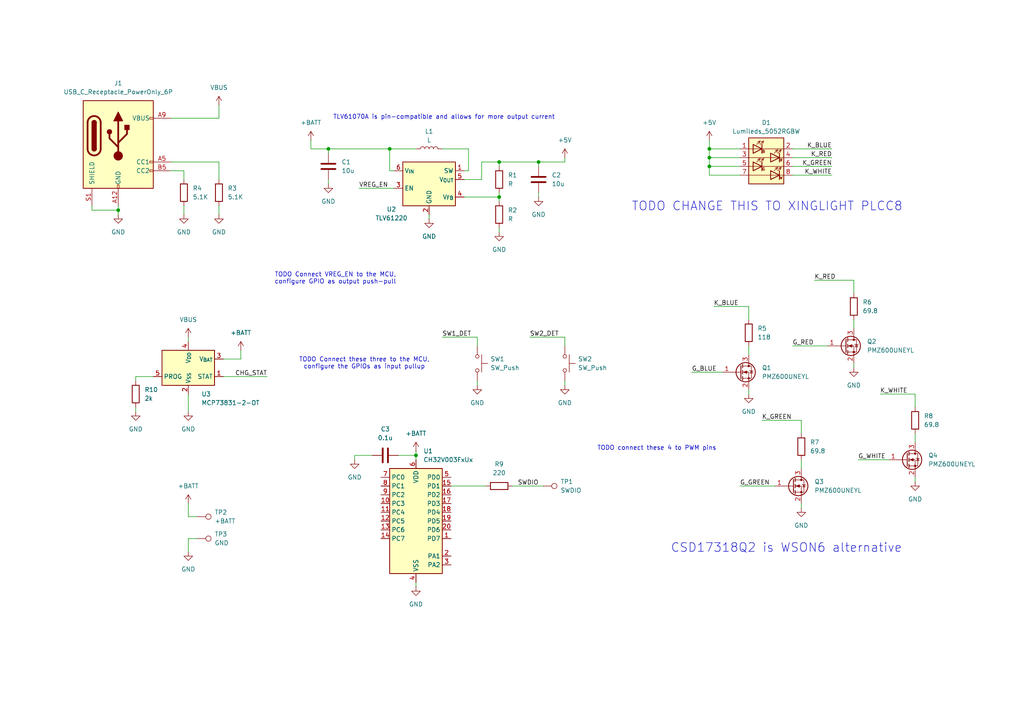
<source format=kicad_sch>
(kicad_sch (version 20250114) (generator "eeschema") (generator_version "9.0")
  (paper "A4")
  (lib_symbols
    (symbol "Battery_Management:MCP73831-2-OT"
      (property "Reference" "U" (at -7.62 6.35 0))
      (property "Value" "MCP73831-2-OT" (at 1.27 6.35 0))
      (symbol "MCP73831-2-OT_0_1"
        (rectangle (start -7.62 5.08) (end 7.62 -5.08) (stroke (width 0.254)) (fill (type background)))
      )
      (symbol "MCP73831-2-OT_1_1"
        (pin input line (at -10.16 -2.54 0) (length 2.54) (name "PROG") (number "5"))
        (pin power_in line (at 0 7.62 270) (length 2.54) (name "V_{DD}") (number "4"))
        (pin power_in line (at 0 -7.62 90) (length 2.54) (name "V_{SS}") (number "2"))
        (pin power_out line (at 10.16 2.54 180) (length 2.54) (name "V_{BAT}") (number "3"))
        (pin tri_state line (at 10.16 -2.54 180) (length 2.54) (name "STAT") (number "1"))
      )
    )
    (symbol "Connector:TestPoint" (pin_numbers (hide yes)) (pin_names (offset 0.762) (hide yes))
      (property "Reference" "TP" (at 0 6.858 0))
      (property "Value" "TestPoint" (at 0 5.08 0))
      (symbol "TestPoint_0_1"
        (circle (center 0 3.302) (radius 0.762))
      )
      (symbol "TestPoint_1_1"
        (pin passive line (at 0 0 90) (length 2.54) (name "1") (number "1"))
      )
    )
    (symbol "Connector:USB_C_Receptacle_PowerOnly_6P" (pin_names (offset 1.016))
      (property "Reference" "J" (at 0 16.51 0))
      (property "Value" "USB_C_Receptacle_PowerOnly_6P" (at 0 13.97 0))
      (symbol "USB_C_Receptacle_PowerOnly_6P_0_0"
        (rectangle (start -0.254 -12.7) (end 0.254 -11.684))
        (rectangle (start 10.16 7.874) (end 9.144 7.366))
        (rectangle (start 10.16 -4.826) (end 9.144 -5.334))
        (rectangle (start 10.16 -7.366) (end 9.144 -7.874))
      )
      (symbol "USB_C_Receptacle_PowerOnly_6P_0_1"
        (rectangle (start -10.16 12.7) (end 10.16 -12.7) (stroke (width 0.254)) (fill (type background)))
        (polyline (pts (xy -8.89 -1.27) (xy -8.89 6.35)) (stroke (width 0.508)))
        (rectangle (start -7.62 -1.27) (end -6.35 6.35) (stroke (width 0.254)) (fill (type outline)))
        (arc (start -7.62 6.35) (mid -6.985 6.9823) (end -6.35 6.35) (stroke (width 0.254)))
        (arc (start -7.62 6.35) (mid -6.985 6.9823) (end -6.35 6.35) (stroke (width 0.254)) (fill (type outline)))
        (arc (start -8.89 6.35) (mid -6.985 8.2467) (end -5.08 6.35) (stroke (width 0.508)))
        (arc (start -5.08 -1.27) (mid -6.985 -3.1667) (end -8.89 -1.27) (stroke (width 0.508)))
        (arc (start -6.35 -1.27) (mid -6.985 -1.9023) (end -7.62 -1.27) (stroke (width 0.254)))
        (arc (start -6.35 -1.27) (mid -6.985 -1.9023) (end -7.62 -1.27) (stroke (width 0.254)) (fill (type outline)))
        (polyline (pts (xy -5.08 6.35) (xy -5.08 -1.27)) (stroke (width 0.508)))
        (circle (center -2.54 3.683) (radius 0.635) (stroke (width 0.254)) (fill (type outline)))
        (polyline (pts (xy -1.27 6.858) (xy 0 9.398) (xy 1.27 6.858) (xy -1.27 6.858)) (stroke (width 0.254)) (fill (type outline)))
        (polyline (pts (xy 0 0.508) (xy 2.54 3.048) (xy 2.54 4.318)) (stroke (width 0.508)))
        (polyline (pts (xy 0 -0.762) (xy -2.54 1.778) (xy -2.54 3.048)) (stroke (width 0.508)))
        (polyline (pts (xy 0 -3.302) (xy 0 6.858)) (stroke (width 0.508)))
        (circle (center 0 -3.302) (radius 1.27) (fill (type outline)))
        (rectangle (start 1.905 4.318) (end 3.175 5.588) (stroke (width 0.254)) (fill (type outline)))
      )
      (symbol "USB_C_Receptacle_PowerOnly_6P_1_1"
        (pin passive line (at -7.62 -17.78 90) (length 5.08) (name "SHIELD") (number "S1"))
        (pin passive line (at 0 -17.78 90) (length 5.08) (name "GND") (number "A12"))
        (pin passive line (at 0 -17.78 90) (length 5.08) (hide yes) (name "GND") (number "B12"))
        (pin passive line (at 15.24 7.62 180) (length 5.08) (name "VBUS") (number "A9"))
        (pin passive line (at 15.24 7.62 180) (length 5.08) (hide yes) (name "VBUS") (number "B9"))
        (pin bidirectional line (at 15.24 -5.08 180) (length 5.08) (name "CC1") (number "A5"))
        (pin bidirectional line (at 15.24 -7.62 180) (length 5.08) (name "CC2") (number "B5"))
      )
    )
    (symbol "Device:C" (pin_numbers (hide yes)) (pin_names (offset 0.254))
      (property "Reference" "C" (at 0.635 2.54 0))
      (property "Value" "C" (at 0.635 -2.54 0))
      (symbol "C_0_1"
        (polyline (pts (xy -2.032 0.762) (xy 2.032 0.762)) (stroke (width 0.508)))
        (polyline (pts (xy -2.032 -0.762) (xy 2.032 -0.762)) (stroke (width 0.508)))
      )
      (symbol "C_1_1"
        (pin passive line (at 0 3.81 270) (length 2.794) (name "~") (number "1"))
        (pin passive line (at 0 -3.81 90) (length 2.794) (name "~") (number "2"))
      )
    )
    (symbol "Device:L" (pin_numbers (hide yes)) (pin_names (offset 1.016) (hide yes))
      (property "Reference" "L" (at -1.27 0 90))
      (property "Value" "L" (at 1.905 0 90))
      (symbol "L_0_1"
        (arc (start 0 2.54) (mid 0.6323 1.905) (end 0 1.27))
        (arc (start 0 1.27) (mid 0.6323 0.635) (end 0 0))
        (arc (start 0 0) (mid 0.6323 -0.635) (end 0 -1.27))
        (arc (start 0 -1.27) (mid 0.6323 -1.905) (end 0 -2.54))
      )
      (symbol "L_1_1"
        (pin passive line (at 0 3.81 270) (length 1.27) (name "1") (number "1"))
        (pin passive line (at 0 -3.81 90) (length 1.27) (name "2") (number "2"))
      )
    )
    (symbol "Device:R" (pin_numbers (hide yes)) (pin_names (offset 0))
      (property "Reference" "R" (at 2.032 0 90))
      (property "Value" "R" (at 0 0 90))
      (symbol "R_0_1"
        (rectangle (start -1.016 -2.54) (end 1.016 2.54) (stroke (width 0.254)))
      )
      (symbol "R_1_1"
        (pin passive line (at 0 3.81 270) (length 1.27) (name "~") (number "1"))
        (pin passive line (at 0 -3.81 90) (length 1.27) (name "~") (number "2"))
      )
    )
    (symbol "MCU_WCH_CH32V0:CH32V003FxUx"
      (property "Reference" "U" (at -7.62 17.78 0))
      (property "Value" "CH32V003FxUx" (at 7.62 17.78 0))
      (symbol "CH32V003FxUx_1_1"
        (rectangle (start -7.62 15.24) (end 7.62 -15.24) (stroke (width 0.254)) (fill (type background)))
        (pin bidirectional line (at -10.16 12.7 0) (length 2.54) (name "PC0") (number "7"))
        (pin bidirectional line (at -10.16 10.16 0) (length 2.54) (name "PC1") (number "8"))
        (pin bidirectional line (at -10.16 7.62 0) (length 2.54) (name "PC2") (number "9"))
        (pin bidirectional line (at -10.16 5.08 0) (length 2.54) (name "PC3") (number "10"))
        (pin bidirectional line (at -10.16 2.54 0) (length 2.54) (name "PC4") (number "11"))
        (pin bidirectional line (at -10.16 0 0) (length 2.54) (name "PC5") (number "12"))
        (pin bidirectional line (at -10.16 -2.54 0) (length 2.54) (name "PC6") (number "13"))
        (pin bidirectional line (at -10.16 -5.08 0) (length 2.54) (name "PC7") (number "14"))
        (pin power_in line (at 0 17.78 270) (length 2.54) (name "VDD") (number "6"))
        (pin passive line (at 0 -17.78 90) (length 2.54) (hide yes) (name "VSS") (number "21"))
        (pin power_in line (at 0 -17.78 90) (length 2.54) (name "VSS") (number "4"))
        (pin bidirectional line (at 10.16 12.7 180) (length 2.54) (name "PD0") (number "5"))
        (pin bidirectional line (at 10.16 10.16 180) (length 2.54) (name "PD1") (number "15"))
        (pin bidirectional line (at 10.16 7.62 180) (length 2.54) (name "PD2") (number "16"))
        (pin bidirectional line (at 10.16 5.08 180) (length 2.54) (name "PD3") (number "17"))
        (pin bidirectional line (at 10.16 2.54 180) (length 2.54) (name "PD4") (number "18"))
        (pin bidirectional line (at 10.16 0 180) (length 2.54) (name "PD5") (number "19"))
        (pin bidirectional line (at 10.16 -2.54 180) (length 2.54) (name "PD6") (number "20"))
        (pin bidirectional line (at 10.16 -5.08 180) (length 2.54) (name "PD7") (number "1"))
        (pin bidirectional line (at 10.16 -10.16 180) (length 2.54) (name "PA1") (number "2"))
        (pin bidirectional line (at 10.16 -12.7 180) (length 2.54) (name "PA2") (number "3"))
      )
    )
    (symbol "Regulator_Switching:TLV61070ADBV"
      (property "Reference" "U" (at -7.62 8.89 0))
      (property "Value" "TLV61070ADBV" (at 0 8.89 0))
      (symbol "TLV61070ADBV_0_1"
        (rectangle (start -7.62 7.62) (end 7.62 -5.08) (stroke (width 0.254)) (fill (type background)))
      )
      (symbol "TLV61070ADBV_1_1"
        (pin power_in line (at -10.16 5.08 0) (length 2.54) (name "V_{IN}") (number "6"))
        (pin input line (at -10.16 0 0) (length 2.54) (name "EN") (number "3"))
        (pin power_in line (at 0 -7.62 90) (length 2.54) (name "GND") (number "2"))
        (pin input line (at 10.16 5.08 180) (length 2.54) (name "SW") (number "1"))
        (pin power_out line (at 10.16 2.54 180) (length 2.54) (name "V_{OUT}") (number "5"))
        (pin input line (at 10.16 -2.54 180) (length 2.54) (name "V_{FB}") (number "4"))
      )
    )
    (symbol "Switch:SW_Push" (pin_numbers (hide yes)) (pin_names (offset 1.016) (hide yes))
      (property "Reference" "SW" (at 1.27 2.54 0))
      (property "Value" "SW_Push" (at 0 -1.524 0))
      (symbol "SW_Push_0_1"
        (circle (center -2.032 0) (radius 0.508))
        (polyline (pts (xy 0 1.27) (xy 0 3.048)))
        (circle (center 2.032 0) (radius 0.508))
        (polyline (pts (xy 2.54 1.27) (xy -2.54 1.27)))
        (pin passive line (at -5.08 0 0) (length 2.54) (name "1") (number "1"))
        (pin passive line (at 5.08 0 180) (length 2.54) (name "2") (number "2"))
      )
    )
    (symbol "Transistor_FET:CSD13380F3" (pin_names (hide yes))
      (property "Reference" "Q" (at 5.08 1.905 0))
      (property "Value" "CSD13380F3" (at 5.08 0 0))
      (symbol "CSD13380F3_1_1"
        (polyline (pts (xy 0.254 0) (xy -2.54 0)))
        (polyline (pts (xy 0.254 -1.905) (xy 0.254 1.905)) (stroke (width 0.254)))
        (polyline (pts (xy 0.762 1.778) (xy 3.302 1.778) (xy 3.302 -1.778) (xy 0.762 -1.778)))
        (polyline (pts (xy 0.762 1.27) (xy 0.762 2.286)) (stroke (width 0.254)))
        (polyline (pts (xy 0.762 -0.508) (xy 0.762 0.508)) (stroke (width 0.254)))
        (polyline (pts (xy 0.762 -2.286) (xy 0.762 -1.27)) (stroke (width 0.254)))
        (polyline (pts (xy 1.016 0) (xy 2.032 -0.381) (xy 2.032 0.381) (xy 1.016 0)) (fill (type outline)))
        (circle (center 1.651 0) (radius 2.794) (stroke (width 0.254)))
        (polyline (pts (xy 2.54 1.905) (xy 2.54 2.54)))
        (circle (center 2.54 1.778) (radius 0.254) (fill (type outline)))
        (circle (center 2.54 -1.778) (radius 0.254) (fill (type outline)))
        (polyline (pts (xy 2.54 -2.54) (xy 2.54 0) (xy 0.762 0)))
        (polyline (pts (xy 2.794 0.508) (xy 2.921 0.381) (xy 3.683 0.381) (xy 3.81 0.254)))
        (polyline (pts (xy 3.302 0.381) (xy 2.921 -0.254) (xy 3.683 -0.254) (xy 3.302 0.381)))
        (pin input line (at -5.08 0 0) (length 2.54) (name "G") (number "1"))
        (pin passive line (at 2.54 5.08 270) (length 2.54) (name "D") (number "3"))
        (pin passive line (at 2.54 -5.08 90) (length 2.54) (name "S") (number "2"))
      )
    )
    (symbol "openoshi-lightboard:Lumileds_5052RGBW" (pin_names (hide yes))
      (property "Reference" "D" (at -5.08 6.35 0))
      (property "Value" "Lumileds_5052RGBW" (at -5.08 -9.652 0))
      (symbol "Lumileds_5052RGBW_0_0"
        (text "B" (at -0.762 1.778 0) (effects (font (size 0.762 0.762))))
      )
      (symbol "Lumileds_5052RGBW_0_1"
        (rectangle (start -5.08 5.715) (end 5.08 -7.62) (stroke (width 0.254)) (fill (type background)))
        (polyline (pts (xy -5.08 2.54) (xy 5.08 2.54)))
        (polyline (pts (xy -5.08 0) (xy 5.08 0)))
        (polyline (pts (xy -5.08 -2.54) (xy 5.08 -2.54)))
        (polyline (pts (xy -5.08 -5.08) (xy 5.08 -5.08)))
        (polyline (pts (xy -3.81 3.81) (xy -3.81 1.27) (xy -1.27 2.54) (xy -3.81 3.81)) (stroke (width 0.254)))
        (polyline (pts (xy -3.81 -1.27) (xy -3.81 -3.81) (xy -1.27 -2.54) (xy -3.81 -1.27)) (stroke (width 0.254)))
        (polyline (pts (xy -2.794 3.81) (xy -1.778 4.826)))
        (polyline (pts (xy -2.794 -1.27) (xy -1.778 -0.254)))
        (polyline (pts (xy -2.54 4.572) (xy -1.778 4.826) (xy -2.032 4.064)))
        (polyline (pts (xy -2.032 -1.016) (xy -1.778 -0.254) (xy -2.54 -0.508)))
        (polyline (pts (xy -1.778 3.81) (xy -0.762 4.826)))
        (polyline (pts (xy -1.778 -1.27) (xy -0.762 -0.254)))
        (polyline (pts (xy -1.524 4.572) (xy -0.762 4.826) (xy -1.016 4.064)))
        (polyline (pts (xy -1.524 -0.508) (xy -0.762 -0.254) (xy -1.016 -1.016)))
        (polyline (pts (xy -1.27 3.81) (xy -1.27 1.27)) (stroke (width 0.254)))
        (polyline (pts (xy -1.27 -1.27) (xy -1.27 -3.81)) (stroke (width 0.254)))
        (polyline (pts (xy 1.27 1.27) (xy 1.27 -1.27) (xy 3.81 0) (xy 1.27 1.27)) (stroke (width 0.254)))
        (polyline (pts (xy 1.27 -3.81) (xy 1.27 -6.35) (xy 3.81 -5.08) (xy 1.27 -3.81)) (stroke (width 0.254)))
        (polyline (pts (xy 2.286 1.27) (xy 3.302 2.286)))
        (polyline (pts (xy 2.286 -3.81) (xy 3.302 -2.794)))
        (polyline (pts (xy 3.048 1.524) (xy 3.302 2.286) (xy 2.54 2.032)))
        (polyline (pts (xy 3.048 -3.556) (xy 3.302 -2.794) (xy 2.54 -3.048)))
        (polyline (pts (xy 3.302 1.27) (xy 4.318 2.286)))
        (polyline (pts (xy 3.302 -3.81) (xy 4.318 -2.794)))
        (polyline (pts (xy 3.556 2.032) (xy 4.318 2.286) (xy 4.064 1.524)))
        (polyline (pts (xy 3.556 -3.048) (xy 4.318 -2.794) (xy 4.064 -3.556)))
        (polyline (pts (xy 3.81 1.27) (xy 3.81 -1.27)) (stroke (width 0.254)))
        (polyline (pts (xy 3.81 -3.81) (xy 3.81 -6.35)) (stroke (width 0.254)))
      )
      (symbol "Lumileds_5052RGBW_1_0"
        (text "G" (at -0.762 -3.302 0) (effects (font (size 0.762 0.762))))
        (text "R" (at 4.318 -0.762 0) (effects (font (size 0.762 0.762))))
      )
      (symbol "Lumileds_5052RGBW_1_1"
        (text "W" (at 4.318 -5.842 0) (effects (font (size 0.762 0.762))))
        (pin passive line (at -7.62 2.54 0) (length 2.54) (name "AB") (number "1"))
        (pin passive line (at -7.62 0 0) (length 2.54) (name "AR") (number "3"))
        (pin passive line (at -7.62 0 0) (length 2.54) (hide yes) (name "AR") (number "9"))
        (pin passive line (at -7.62 -2.54 0) (length 2.54) (name "AG") (number "5"))
        (pin passive line (at -7.62 -5.08 0) (length 2.54) (name "AW") (number "7"))
        (pin passive line (at 7.62 2.54 180) (length 2.54) (name "KB") (number "2"))
        (pin passive line (at 7.62 0 180) (length 2.54) (name "KR") (number "4"))
        (pin passive line (at 7.62 -2.54 180) (length 2.54) (name "KG") (number "6"))
        (pin passive line (at 7.62 -5.08 180) (length 2.54) (name "KW") (number "8"))
      )
    )
    (symbol "power:+5V" (power) (pin_numbers (hide yes)) (pin_names (offset 0) (hide yes))
      (property "Value" "+5V" (at 0 3.556 0))
      (symbol "+5V_0_1"
        (polyline (pts (xy -0.762 1.27) (xy 0 2.54)))
        (polyline (pts (xy 0 2.54) (xy 0.762 1.27)))
        (polyline (pts (xy 0 0) (xy 0 2.54)))
      )
      (symbol "+5V_1_1"
        (pin power_in line (at 0 0 90) (length 0) (name "~") (number "1"))
      )
    )
    (symbol "power:+BATT" (power) (pin_numbers (hide yes)) (pin_names (offset 0) (hide yes))
      (property "Value" "+BATT" (at 0 3.556 0))
      (symbol "+BATT_0_1"
        (polyline (pts (xy -0.762 1.27) (xy 0 2.54)))
        (polyline (pts (xy 0 2.54) (xy 0.762 1.27)))
        (polyline (pts (xy 0 0) (xy 0 2.54)))
      )
      (symbol "+BATT_1_1"
        (pin power_in line (at 0 0 90) (length 0) (name "~") (number "1"))
      )
    )
    (symbol "power:GND" (power) (pin_numbers (hide yes)) (pin_names (offset 0) (hide yes))
      (property "Value" "GND" (at 0 -3.81 0))
      (symbol "GND_0_1"
        (polyline (pts (xy 0 0) (xy 0 -1.27) (xy 1.27 -1.27) (xy 0 -2.54) (xy -1.27 -1.27) (xy 0 -1.27)))
      )
      (symbol "GND_1_1"
        (pin power_in line (at 0 0 270) (length 0) (name "~") (number "1"))
      )
    )
    (symbol "power:VBUS" (power) (pin_numbers (hide yes)) (pin_names (offset 0) (hide yes))
      (property "Value" "VBUS" (at 0 3.556 0))
      (symbol "VBUS_0_1"
        (polyline (pts (xy -0.762 1.27) (xy 0 2.54)))
        (polyline (pts (xy 0 2.54) (xy 0.762 1.27)))
        (polyline (pts (xy 0 0) (xy 0 2.54)))
      )
      (symbol "VBUS_1_1"
        (pin power_in line (at 0 0 90) (length 0) (name "~") (number "1"))
      )
    )
  )
  (text "TODO CHANGE THIS TO XINGLIGHT PLCC8" (at 222.504 59.944 0) (effects (font (size 2.54 2.54))))
  (text "CSD17318Q2 is WSON6 alternative" (at 228.092 159.004 0) (effects (font (size 2.54 2.54))))
  (text "TODO connect these 4 to PWM pins" (at 190.5 130.048 0) (effects (font (size 1.27 1.27))))
  (text "TODO Connect VREG_EN to the MCU,\nconfigure GPIO as output push-pull" (at 97.282 80.772 0) (effects (font (size 1.27 1.27))))
  (text "TLV61070A is pin-compatible and allows for more output current" (at 128.778 34.036 0) (effects (font (size 1.27 1.27))))
  (text "TODO Connect these three to the MCU,\nconfigure the GPIOs as input pullup" (at 105.664 105.41 0) (effects (font (size 1.27 1.27))))
  (junction (at 205.74 45.72))
  (junction (at 205.74 43.18))
  (junction (at 113.03 43.18))
  (junction (at 205.74 48.26))
  (junction (at 144.78 46.99))
  (junction (at 144.78 57.15))
  (junction (at 120.65 132.08))
  (junction (at 156.21 46.99))
  (junction (at 95.25 43.18))
  (junction (at 34.29 60.96))
  (wire (pts (xy 69.85 104.14) (xy 64.77 104.14)))
  (wire (pts (xy 247.65 105.41) (xy 247.65 106.68)))
  (wire (pts (xy 139.7 52.07) (xy 139.7 46.99)))
  (wire (pts (xy 247.65 81.28) (xy 247.65 85.09)))
  (wire (pts (xy 148.59 140.97) (xy 157.48 140.97)))
  (wire (pts (xy 134.62 57.15) (xy 144.78 57.15)))
  (wire (pts (xy 26.67 60.96) (xy 34.29 60.96)))
  (wire (pts (xy 163.83 110.49) (xy 163.83 111.76)))
  (wire (pts (xy 205.74 43.18) (xy 205.74 45.72)))
  (wire (pts (xy 205.74 50.8) (xy 214.63 50.8)))
  (wire (pts (xy 34.29 60.96) (xy 34.29 62.23)))
  (wire (pts (xy 104.14 54.61) (xy 114.3 54.61)))
  (wire (pts (xy 63.5 34.29) (xy 49.53 34.29)))
  (wire (pts (xy 156.21 46.99) (xy 156.21 48.26)))
  (wire (pts (xy 107.95 132.08) (xy 102.87 132.08)))
  (wire (pts (xy 139.7 46.99) (xy 144.78 46.99)))
  (wire (pts (xy 57.15 149.86) (xy 54.61 149.86)))
  (wire (pts (xy 124.46 62.23) (xy 124.46 63.5)))
  (wire (pts (xy 120.65 43.18) (xy 113.03 43.18)))
  (wire (pts (xy 63.5 46.99) (xy 63.5 52.07)))
  (wire (pts (xy 205.74 43.18) (xy 214.63 43.18)))
  (wire (pts (xy 229.87 100.33) (xy 240.03 100.33)))
  (wire (pts (xy 54.61 156.21) (xy 54.61 160.02)))
  (wire (pts (xy 217.17 100.33) (xy 217.17 102.87)))
  (wire (pts (xy 163.83 45.72) (xy 163.83 46.99)))
  (wire (pts (xy 63.5 59.69) (xy 63.5 62.23)))
  (wire (pts (xy 229.87 50.8) (xy 241.3 50.8)))
  (wire (pts (xy 229.87 43.18) (xy 241.3 43.18)))
  (wire (pts (xy 265.43 114.3) (xy 265.43 118.11)))
  (wire (pts (xy 102.87 132.08) (xy 102.87 133.35)))
  (wire (pts (xy 156.21 46.99) (xy 163.83 46.99)))
  (wire (pts (xy 144.78 57.15) (xy 144.78 55.88)))
  (wire (pts (xy 207.01 88.9) (xy 217.17 88.9)))
  (wire (pts (xy 232.41 133.35) (xy 232.41 135.89)))
  (wire (pts (xy 205.74 48.26) (xy 205.74 50.8)))
  (wire (pts (xy 63.5 30.48) (xy 63.5 34.29)))
  (wire (pts (xy 205.74 45.72) (xy 214.63 45.72)))
  (wire (pts (xy 229.87 45.72) (xy 241.3 45.72)))
  (wire (pts (xy 214.63 140.97) (xy 224.79 140.97)))
  (wire (pts (xy 49.53 46.99) (xy 63.5 46.99)))
  (wire (pts (xy 34.29 59.69) (xy 34.29 60.96)))
  (wire (pts (xy 205.74 45.72) (xy 205.74 48.26)))
  (wire (pts (xy 49.53 49.53) (xy 53.34 49.53)))
  (wire (pts (xy 54.61 114.3) (xy 54.61 119.38)))
  (wire (pts (xy 130.81 140.97) (xy 140.97 140.97)))
  (wire (pts (xy 153.67 97.79) (xy 163.83 97.79)))
  (wire (pts (xy 44.45 109.22) (xy 39.37 109.22)))
  (wire (pts (xy 232.41 121.92) (xy 232.41 125.73)))
  (wire (pts (xy 120.65 132.08) (xy 120.65 133.35)))
  (wire (pts (xy 248.92 133.35) (xy 257.81 133.35)))
  (wire (pts (xy 156.21 55.88) (xy 156.21 57.15)))
  (wire (pts (xy 144.78 46.99) (xy 156.21 46.99)))
  (wire (pts (xy 135.89 49.53) (xy 134.62 49.53)))
  (wire (pts (xy 255.27 114.3) (xy 265.43 114.3)))
  (wire (pts (xy 236.22 81.28) (xy 247.65 81.28)))
  (wire (pts (xy 90.17 40.64) (xy 90.17 43.18)))
  (wire (pts (xy 138.43 110.49) (xy 138.43 111.76)))
  (wire (pts (xy 114.3 49.53) (xy 113.03 49.53)))
  (wire (pts (xy 265.43 125.73) (xy 265.43 128.27)))
  (wire (pts (xy 120.65 130.81) (xy 120.65 132.08)))
  (wire (pts (xy 135.89 43.18) (xy 135.89 49.53)))
  (wire (pts (xy 113.03 43.18) (xy 95.25 43.18)))
  (wire (pts (xy 90.17 43.18) (xy 95.25 43.18)))
  (wire (pts (xy 113.03 43.18) (xy 113.03 49.53)))
  (wire (pts (xy 265.43 138.43) (xy 265.43 139.7)))
  (wire (pts (xy 115.57 132.08) (xy 120.65 132.08)))
  (wire (pts (xy 128.27 43.18) (xy 135.89 43.18)))
  (wire (pts (xy 205.74 40.64) (xy 205.74 43.18)))
  (wire (pts (xy 120.65 168.91) (xy 120.65 170.18)))
  (wire (pts (xy 64.77 109.22) (xy 77.47 109.22)))
  (wire (pts (xy 232.41 146.05) (xy 232.41 147.32)))
  (wire (pts (xy 54.61 97.79) (xy 54.61 99.06)))
  (wire (pts (xy 247.65 92.71) (xy 247.65 95.25)))
  (wire (pts (xy 229.87 48.26) (xy 241.3 48.26)))
  (wire (pts (xy 54.61 149.86) (xy 54.61 146.05)))
  (wire (pts (xy 53.34 59.69) (xy 53.34 62.23)))
  (wire (pts (xy 26.67 59.69) (xy 26.67 60.96)))
  (wire (pts (xy 53.34 49.53) (xy 53.34 52.07)))
  (wire (pts (xy 95.25 43.18) (xy 95.25 44.45)))
  (wire (pts (xy 128.27 97.79) (xy 138.43 97.79)))
  (wire (pts (xy 205.74 48.26) (xy 214.63 48.26)))
  (wire (pts (xy 217.17 113.03) (xy 217.17 114.3)))
  (wire (pts (xy 217.17 88.9) (xy 217.17 92.71)))
  (wire (pts (xy 134.62 52.07) (xy 139.7 52.07)))
  (wire (pts (xy 39.37 109.22) (xy 39.37 110.49)))
  (wire (pts (xy 39.37 118.11) (xy 39.37 119.38)))
  (wire (pts (xy 57.15 156.21) (xy 54.61 156.21)))
  (wire (pts (xy 163.83 100.33) (xy 163.83 97.79)))
  (wire (pts (xy 144.78 57.15) (xy 144.78 58.42)))
  (wire (pts (xy 69.85 101.6) (xy 69.85 104.14)))
  (wire (pts (xy 220.98 121.92) (xy 232.41 121.92)))
  (wire (pts (xy 144.78 66.04) (xy 144.78 67.31)))
  (wire (pts (xy 144.78 48.26) (xy 144.78 46.99)))
  (wire (pts (xy 95.25 53.34) (xy 95.25 52.07)))
  (wire (pts (xy 138.43 100.33) (xy 138.43 97.79)))
  (wire (pts (xy 200.66 107.95) (xy 209.55 107.95)))
  (label "K_GREEN" (at 220.98 121.92 0))
  (label "K_GREEN" (at 241.3 48.26 180))
  (label "K_RED" (at 236.22 81.28 0))
  (label "K_BLUE" (at 207.01 88.9 0))
  (label "K_WHITE" (at 241.3 50.8 180))
  (label "G_GREEN" (at 214.63 140.97 0))
  (label "CHG_STAT" (at 77.47 109.22 180))
  (label "K_WHITE" (at 255.27 114.3 0))
  (label "SWDIO" (at 156.21 140.97 180))
  (label "SW2_DET" (at 153.67 97.79 0))
  (label "G_BLUE" (at 200.66 107.95 0))
  (label "G_RED" (at 229.87 100.33 0))
  (label "VREG_EN" (at 104.14 54.61 0))
  (label "K_BLUE" (at 241.3 43.18 180))
  (label "K_RED" (at 241.3 45.72 180))
  (label "SW1_DET" (at 128.27 97.79 0))
  (label "G_WHITE" (at 248.92 133.35 0))
  (symbol (lib_id "Device:C") (at 111.76 132.08 90) (unit 1)
    (property "Reference" "C3" (at 111.76 124.46 90))
    (property "Value" "0.1u" (at 111.76 127 90))
    (property "Footprint" "Capacitor_SMD:C_0603_1608Metric" (effects (hide yes)))
    (property "Description" "Unpolarized capacitor" (effects (hide yes)))
  )
  (symbol (lib_id "power:GND") (at 247.65 106.68 0) (unit 1)
    (property "Reference" "#PWR019" (effects (hide yes)))
    (property "Value" "GND" (at 247.65 111.76 0))
    (property "Description" "Power symbol creates a global label with name \"GND\" , ground" (effects (hide yes)))
  )
  (symbol (lib_id "Device:R") (at 265.43 121.92 0) (unit 1)
    (property "Reference" "R8" (at 267.97 120.6499 0) (effects (justify left)))
    (property "Value" "69.8" (at 267.97 123.1899 0) (effects (justify left)))
    (property "Footprint" "Resistor_SMD:R_0603_1608Metric" (effects (hide yes)))
    (property "Description" "Resistor" (effects (hide yes)))
  )
  (symbol (lib_id "Connector:TestPoint") (at 57.15 156.21 270) (unit 1)
    (property "Reference" "TP3" (at 62.23 154.9399 90) (effects (justify left)))
    (property "Value" "GND" (at 62.23 157.4799 90) (effects (justify left)))
    (property "Footprint" "TestPoint:TestPoint_Keystone_5019_Miniature" (effects (hide yes)))
    (property "Description" "test point" (effects (hide yes)))
  )
  (symbol (lib_id "Device:R") (at 39.37 114.3 0) (unit 1)
    (property "Reference" "R10" (at 41.91 113.0299 0) (effects (justify left)))
    (property "Value" "2k" (at 41.91 115.5699 0) (effects (justify left)))
    (property "Footprint" "Resistor_SMD:R_0603_1608Metric" (effects (hide yes)))
    (property "Description" "Resistor" (effects (hide yes)))
  )
  (symbol (lib_id "Transistor_FET:CSD13380F3") (at 214.63 107.95 0) (unit 1)
    (property "Reference" "Q1" (at 220.98 106.6799 0) (effects (justify left)))
    (property "Value" "PMZ600UNEYL" (at 220.98 109.2199 0) (effects (justify left)))
    (property "Footprint" "Package_DFN_QFN:Texas_PicoStar_DFN-3_0.69x0.60mm" (effects (hide yes)))
    (property "Datasheet" "https://www.ti.com/lit/ds/symlink/csd13380f3.pdf" (effects (hide yes)))
    (property "Description" "3.6A Id, 12V Vds, N-Channel MOSFET, 76mOhm Ron,max @ 4.5Vgs, 0.91nC Qg,typ @ 4.5Vgs, PicoStar 0.73x0.64mm max, 0.69x0.60mm nom" (effects (hide yes)))
  )
  (symbol (lib_id "Device:R") (at 247.65 88.9 0) (unit 1)
    (property "Reference" "R6" (at 250.19 87.6299 0) (effects (justify left)))
    (property "Value" "69.8" (at 250.19 90.1699 0) (effects (justify left)))
    (property "Footprint" "Resistor_SMD:R_0603_1608Metric" (effects (hide yes)))
    (property "Description" "Resistor" (effects (hide yes)))
  )
  (symbol (lib_id "power:GND") (at 39.37 119.38 0) (unit 1)
    (property "Reference" "#PWR07" (effects (hide yes)))
    (property "Value" "GND" (at 39.37 124.46 0))
    (property "Description" "Power symbol creates a global label with name \"GND\" , ground" (effects (hide yes)))
  )
  (symbol (lib_id "power:+5V") (at 205.74 40.64 0) (unit 1)
    (property "Reference" "#PWR06" (effects (hide yes)))
    (property "Value" "+5V" (at 205.74 35.56 0))
    (property "Description" "Power symbol creates a global label with name \"+5V\"" (effects (hide yes)))
  )
  (symbol (lib_id "power:GND") (at 120.65 170.18 0) (unit 1)
    (property "Reference" "#PWR09" (effects (hide yes)))
    (property "Value" "GND" (at 120.65 175.26 0))
    (property "Description" "Power symbol creates a global label with name \"GND\" , ground" (effects (hide yes)))
  )
  (symbol (lib_id "Device:R") (at 53.34 55.88 180) (unit 1)
    (property "Reference" "R4" (at 55.88 54.6099 0) (effects (justify right)))
    (property "Value" "5.1K" (at 55.88 57.1499 0) (effects (justify right)))
    (property "Footprint" "Resistor_SMD:R_0603_1608Metric" (effects (hide yes)))
    (property "Description" "Resistor" (effects (hide yes)))
  )
  (symbol (lib_id "power:GND") (at 124.46 63.5 0) (unit 1)
    (property "Reference" "#PWR02" (effects (hide yes)))
    (property "Value" "GND" (at 124.46 68.58 0))
    (property "Description" "Power symbol creates a global label with name \"GND\" , ground" (effects (hide yes)))
  )
  (symbol (lib_id "power:GND") (at 265.43 139.7 0) (unit 1)
    (property "Reference" "#PWR016" (effects (hide yes)))
    (property "Value" "GND" (at 265.43 144.78 0))
    (property "Description" "Power symbol creates a global label with name \"GND\" , ground" (effects (hide yes)))
  )
  (symbol (lib_id "power:GND") (at 144.78 67.31 0) (unit 1)
    (property "Reference" "#PWR01" (effects (hide yes)))
    (property "Value" "GND" (at 144.78 72.39 0))
    (property "Description" "Power symbol creates a global label with name \"GND\" , ground" (effects (hide yes)))
  )
  (symbol (lib_id "power:GND") (at 95.25 53.34 0) (unit 1)
    (property "Reference" "#PWR05" (effects (hide yes)))
    (property "Value" "GND" (at 95.25 58.42 0))
    (property "Description" "Power symbol creates a global label with name \"GND\" , ground" (effects (hide yes)))
  )
  (symbol (lib_id "Switch:SW_Push") (at 163.83 105.41 270) (unit 1)
    (property "Reference" "SW2" (at 167.64 104.1399 90) (effects (justify left)))
    (property "Value" "SW_Push" (at 167.64 106.6799 90) (effects (justify left)))
    (property "Footprint" "openoshi-lightboard:SW_EVP-AKE31A_PAN" (effects (hide yes)))
    (property "Description" "Push button switch, generic, two pins" (effects (hide yes)))
  )
  (symbol (lib_id "Regulator_Switching:TLV61070ADBV") (at 124.46 54.61 0) (unit 1)
    (property "Reference" "U2" (at 113.538 60.706 0))
    (property "Value" "TLV61220" (at 113.538 63.246 0))
    (property "Footprint" "Package_TO_SOT_SMD:SOT-23-6" (effects (hide yes)))
    (property "Datasheet" "https://www.ti.com/lit/ds/symlink/tlv61220.pdf" (effects (hide yes)))
    (property "Description" "Boost Converter, 400mA switch current limit, 2.2-5.5V Output Voltage, 0.5-5.5V Input Voltage, SOT-23-6" (effects (hide yes)))
  )
  (symbol (lib_id "power:GND") (at 138.43 111.76 0) (unit 1)
    (property "Reference" "#PWR015" (effects (hide yes)))
    (property "Value" "GND" (at 138.43 116.84 0))
    (property "Description" "Power symbol creates a global label with name \"GND\" , ground" (effects (hide yes)))
  )
  (symbol (lib_id "power:VBUS") (at 54.61 97.79 0) (unit 1)
    (property "Reference" "#PWR014" (effects (hide yes)))
    (property "Value" "VBUS" (at 54.61 92.71 0))
    (property "Description" "Power symbol creates a global label with name \"VBUS\"" (effects (hide yes)))
  )
  (symbol (lib_id "Device:R") (at 144.78 52.07 0) (unit 1)
    (property "Reference" "R1" (at 147.32 50.7999 0) (effects (justify left)))
    (property "Value" "R" (at 147.32 53.3399 0) (effects (justify left)))
    (property "Footprint" "Resistor_SMD:R_0603_1608Metric" (effects (hide yes)))
    (property "Description" "Resistor" (effects (hide yes)))
  )
  (symbol (lib_id "power:GND") (at 232.41 147.32 0) (unit 1)
    (property "Reference" "#PWR017" (effects (hide yes)))
    (property "Value" "GND" (at 232.41 152.4 0))
    (property "Description" "Power symbol creates a global label with name \"GND\" , ground" (effects (hide yes)))
  )
  (symbol (lib_id "power:+BATT") (at 54.61 146.05 0) (unit 1)
    (property "Reference" "#PWR024" (effects (hide yes)))
    (property "Value" "+BATT" (at 54.61 140.97 0))
    (property "Description" "Power symbol creates a global label with name \"+BATT\"" (effects (hide yes)))
  )
  (symbol (lib_id "Transistor_FET:CSD13380F3") (at 229.87 140.97 0) (unit 1)
    (property "Reference" "Q3" (at 236.22 139.6999 0) (effects (justify left)))
    (property "Value" "PMZ600UNEYL" (at 236.22 142.2399 0) (effects (justify left)))
    (property "Footprint" "Package_DFN_QFN:Texas_PicoStar_DFN-3_0.69x0.60mm" (effects (hide yes)))
    (property "Datasheet" "https://www.ti.com/lit/ds/symlink/csd13380f3.pdf" (effects (hide yes)))
    (property "Description" "3.6A Id, 12V Vds, N-Channel MOSFET, 76mOhm Ron,max @ 4.5Vgs, 0.91nC Qg,typ @ 4.5Vgs, PicoStar 0.73x0.64mm max, 0.69x0.60mm nom" (effects (hide yes)))
  )
  (symbol (lib_id "Device:C") (at 156.21 52.07 0) (unit 1)
    (property "Reference" "C2" (at 160.02 50.7999 0) (effects (justify left)))
    (property "Value" "10u" (at 160.02 53.3399 0) (effects (justify left)))
    (property "Footprint" "Capacitor_SMD:C_0603_1608Metric" (effects (hide yes)))
    (property "Description" "Unpolarized capacitor" (effects (hide yes)))
  )
  (symbol (lib_id "power:+BATT") (at 90.17 40.64 0) (unit 1)
    (property "Reference" "#PWR020" (effects (hide yes)))
    (property "Value" "+BATT" (at 90.17 35.56 0))
    (property "Description" "Power symbol creates a global label with name \"+BATT\"" (effects (hide yes)))
  )
  (symbol (lib_id "Connector:TestPoint") (at 57.15 149.86 270) (unit 1)
    (property "Reference" "TP2" (at 62.23 148.5899 90) (effects (justify left)))
    (property "Value" "+BATT" (at 62.23 151.1299 90) (effects (justify left)))
    (property "Footprint" "TestPoint:TestPoint_Keystone_5019_Miniature" (effects (hide yes)))
    (property "Description" "test point" (effects (hide yes)))
  )
  (symbol (lib_id "power:GND") (at 54.61 119.38 0) (unit 1)
    (property "Reference" "#PWR022" (effects (hide yes)))
    (property "Value" "GND" (at 54.61 124.46 0))
    (property "Description" "Power symbol creates a global label with name \"GND\" , ground" (effects (hide yes)))
  )
  (symbol (lib_id "power:+BATT") (at 69.85 101.6 0) (unit 1)
    (property "Reference" "#PWR021" (effects (hide yes)))
    (property "Value" "+BATT" (at 69.85 96.52 0))
    (property "Description" "Power symbol creates a global label with name \"+BATT\"" (effects (hide yes)))
  )
  (symbol (lib_id "Battery_Management:MCP73831-2-OT") (at 54.61 106.68 0) (unit 1)
    (property "Reference" "U3" (at 58.42 114.3 0) (effects (justify left)))
    (property "Value" "MCP73831-2-OT" (at 58.42 116.84 0) (effects (justify left)))
    (property "Footprint" "Package_TO_SOT_SMD:SOT-23-5" (effects (hide yes)))
    (property "Datasheet" "http://ww1.microchip.com/downloads/en/DeviceDoc/20001984g.pdf" (effects (hide yes)))
    (property "Description" "Single cell, Li-Ion/Li-Po charge management controller, 4.20V, Tri-State Status Output, in SOT23-5 package" (effects (hide yes)))
  )
  (symbol (lib_id "power:+BATT") (at 120.65 130.81 0) (unit 1)
    (property "Reference" "#PWR023" (effects (hide yes)))
    (property "Value" "+BATT" (at 120.65 125.73 0))
    (property "Description" "Power symbol creates a global label with name \"+BATT\"" (effects (hide yes)))
  )
  (symbol (lib_id "power:GND") (at 34.29 62.23 0) (unit 1)
    (property "Reference" "#PWR010" (effects (hide yes)))
    (property "Value" "GND" (at 34.29 67.31 0))
    (property "Description" "Power symbol creates a global label with name \"GND\" , ground" (effects (hide yes)))
  )
  (symbol (lib_id "openoshi-lightboard:Lumileds_5052RGBW") (at 222.25 45.72 0) (unit 1)
    (property "Reference" "D1" (at 222.25 35.56 0))
    (property "Value" "Lumileds_5052RGBW" (at 222.25 38.1 0))
    (property "Footprint" "openoshi-lightboard:LED_Lumileds_5052RGBW_LGA9_5.0x5.2mm_P0.5mm" (effects (hide yes)))
    (property "Datasheet" "https://lumileds.com/wp-content/uploads/files/DS244-luxeon-5052-rgbw-datasheet.pdf" (effects (hide yes)))
    (property "Description" "Lumileds LUXEON RGBW LED, LGA-9" (effects (hide yes)))
  )
  (symbol (lib_id "Device:R") (at 232.41 129.54 0) (unit 1)
    (property "Reference" "R7" (at 234.95 128.2699 0) (effects (justify left)))
    (property "Value" "69.8" (at 234.95 130.8099 0) (effects (justify left)))
    (property "Footprint" "Resistor_SMD:R_0603_1608Metric" (effects (hide yes)))
    (property "Description" "Resistor" (effects (hide yes)))
  )
  (symbol (lib_id "power:+5V") (at 163.83 45.72 0) (unit 1)
    (property "Reference" "#PWR04" (effects (hide yes)))
    (property "Value" "+5V" (at 163.83 40.64 0))
    (property "Description" "Power symbol creates a global label with name \"+5V\"" (effects (hide yes)))
  )
  (symbol (lib_id "Device:R") (at 217.17 96.52 0) (unit 1)
    (property "Reference" "R5" (at 219.71 95.2499 0) (effects (justify left)))
    (property "Value" "118" (at 219.71 97.7899 0) (effects (justify left)))
    (property "Footprint" "Resistor_SMD:R_0603_1608Metric" (effects (hide yes)))
    (property "Description" "Resistor" (effects (hide yes)))
  )
  (symbol (lib_id "Transistor_FET:CSD13380F3") (at 245.11 100.33 0) (unit 1)
    (property "Reference" "Q2" (at 251.46 99.0599 0) (effects (justify left)))
    (property "Value" "PMZ600UNEYL" (at 251.46 101.5999 0) (effects (justify left)))
    (property "Footprint" "Package_DFN_QFN:Texas_PicoStar_DFN-3_0.69x0.60mm" (effects (hide yes)))
    (property "Datasheet" "https://www.ti.com/lit/ds/symlink/csd13380f3.pdf" (effects (hide yes)))
    (property "Description" "3.6A Id, 12V Vds, N-Channel MOSFET, 76mOhm Ron,max @ 4.5Vgs, 0.91nC Qg,typ @ 4.5Vgs, PicoStar 0.73x0.64mm max, 0.69x0.60mm nom" (effects (hide yes)))
  )
  (symbol (lib_id "power:GND") (at 53.34 62.23 0) (unit 1)
    (property "Reference" "#PWR011" (effects (hide yes)))
    (property "Value" "GND" (at 53.34 67.31 0))
    (property "Description" "Power symbol creates a global label with name \"GND\" , ground" (effects (hide yes)))
  )
  (symbol (lib_id "power:GND") (at 156.21 57.15 0) (unit 1)
    (property "Reference" "#PWR03" (effects (hide yes)))
    (property "Value" "GND" (at 156.21 62.23 0))
    (property "Description" "Power symbol creates a global label with name \"GND\" , ground" (effects (hide yes)))
  )
  (symbol (lib_id "Device:R") (at 144.78 62.23 0) (unit 1)
    (property "Reference" "R2" (at 147.32 60.9599 0) (effects (justify left)))
    (property "Value" "R" (at 147.32 63.4999 0) (effects (justify left)))
    (property "Footprint" "Resistor_SMD:R_0603_1608Metric" (effects (hide yes)))
    (property "Description" "Resistor" (effects (hide yes)))
  )
  (symbol (lib_id "MCU_WCH_CH32V0:CH32V003FxUx") (at 120.65 151.13 0) (unit 1)
    (property "Reference" "U1" (at 122.7933 130.81 0) (effects (justify left)))
    (property "Value" "CH32V003FxUx" (at 122.7933 133.35 0) (effects (justify left)))
    (property "Footprint" "Package_DFN_QFN:QFN-20-1EP_3x3mm_P0.4mm_EP1.65x1.65mm" (effects (hide yes)))
    (property "Datasheet" "https://www.wch-ic.com/products/CH32V003.html" (effects (hide yes)))
    (property "Description" "CH32V003 series are industrial-grade general-purpose microcontrollers designed based on 32-bit RISC-V instruction set and architecture. It adopts QingKe V2A core, RV32EC instruction set, and supports 2 levels of interrupt nesting. The series are mounted with rich peripheral interfaces and function modules. Its internal organizational structure meets the low-cost and low-power embedded application scenarios." (effects (hide yes)))
  )
  (symbol (lib_id "Device:C") (at 95.25 48.26 0) (unit 1)
    (property "Reference" "C1" (at 99.06 46.9899 0) (effects (justify left)))
    (property "Value" "10u" (at 99.06 49.5299 0) (effects (justify left)))
    (property "Footprint" "Capacitor_SMD:C_0603_1608Metric" (effects (hide yes)))
    (property "Description" "Unpolarized capacitor" (effects (hide yes)))
  )
  (symbol (lib_id "power:VBUS") (at 63.5 30.48 0) (unit 1)
    (property "Reference" "#PWR013" (effects (hide yes)))
    (property "Value" "VBUS" (at 63.5 25.4 0))
    (property "Description" "Power symbol creates a global label with name \"VBUS\"" (effects (hide yes)))
  )
  (symbol (lib_id "Device:R") (at 144.78 140.97 90) (unit 1)
    (property "Reference" "R9" (at 144.78 134.62 90))
    (property "Value" "220" (at 144.78 137.16 90))
    (property "Footprint" "Resistor_SMD:R_0603_1608Metric" (effects (hide yes)))
    (property "Description" "Resistor" (effects (hide yes)))
  )
  (symbol (lib_id "power:GND") (at 102.87 133.35 0) (unit 1)
    (property "Reference" "#PWR08" (effects (hide yes)))
    (property "Value" "GND" (at 102.87 138.43 0))
    (property "Description" "Power symbol creates a global label with name \"GND\" , ground" (effects (hide yes)))
  )
  (symbol (lib_id "power:GND") (at 163.83 111.76 0) (unit 1)
    (property "Reference" "#PWR026" (effects (hide yes)))
    (property "Value" "GND" (at 163.83 116.84 0))
    (property "Description" "Power symbol creates a global label with name \"GND\" , ground" (effects (hide yes)))
  )
  (symbol (lib_id "Connector:USB_C_Receptacle_PowerOnly_6P") (at 34.29 41.91 0) (unit 1)
    (property "Reference" "J1" (at 34.29 24.13 0))
    (property "Value" "USB_C_Receptacle_PowerOnly_6P" (at 34.29 26.67 0))
    (property "Footprint" "Connector_USB:USB_C_Receptacle_GCT_USB4125-xx-x_6P_TopMnt_Horizontal" (effects (hide yes)))
    (property "Datasheet" "https://www.usb.org/sites/default/files/documents/usb_type-c.zip" (effects (hide yes)))
    (property "Description" "USB Power-Only 6P Type-C Receptacle connector" (effects (hide yes)))
  )
  (symbol (lib_id "power:GND") (at 63.5 62.23 0) (unit 1)
    (property "Reference" "#PWR012" (effects (hide yes)))
    (property "Value" "GND" (at 63.5 67.31 0))
    (property "Description" "Power symbol creates a global label with name \"GND\" , ground" (effects (hide yes)))
  )
  (symbol (lib_id "Switch:SW_Push") (at 138.43 105.41 270) (unit 1)
    (property "Reference" "SW1" (at 142.24 104.1399 90) (effects (justify left)))
    (property "Value" "SW_Push" (at 142.24 106.6799 90) (effects (justify left)))
    (property "Footprint" "openoshi-lightboard:SW_EVP-AKE31A_PAN" (effects (hide yes)))
    (property "Description" "Push button switch, generic, two pins" (effects (hide yes)))
  )
  (symbol (lib_id "power:GND") (at 217.17 114.3 0) (unit 1)
    (property "Reference" "#PWR018" (effects (hide yes)))
    (property "Value" "GND" (at 217.17 119.38 0))
    (property "Description" "Power symbol creates a global label with name \"GND\" , ground" (effects (hide yes)))
  )
  (symbol (lib_id "Device:R") (at 63.5 55.88 180) (unit 1)
    (property "Reference" "R3" (at 66.04 54.6099 0) (effects (justify right)))
    (property "Value" "5.1K" (at 66.04 57.1499 0) (effects (justify right)))
    (property "Footprint" "Resistor_SMD:R_0603_1608Metric" (effects (hide yes)))
    (property "Description" "Resistor" (effects (hide yes)))
  )
  (symbol (lib_id "power:GND") (at 54.61 160.02 0) (unit 1)
    (property "Reference" "#PWR025" (effects (hide yes)))
    (property "Value" "GND" (at 54.61 165.1 0))
    (property "Description" "Power symbol creates a global label with name \"GND\" , ground" (effects (hide yes)))
  )
  (symbol (lib_id "Transistor_FET:CSD13380F3") (at 262.89 133.35 0) (unit 1)
    (property "Reference" "Q4" (at 269.24 132.0799 0) (effects (justify left)))
    (property "Value" "PMZ600UNEYL" (at 269.24 134.6199 0) (effects (justify left)))
    (property "Footprint" "Package_DFN_QFN:Texas_PicoStar_DFN-3_0.69x0.60mm" (effects (hide yes)))
    (property "Datasheet" "https://www.ti.com/lit/ds/symlink/csd13380f3.pdf" (effects (hide yes)))
    (property "Description" "3.6A Id, 12V Vds, N-Channel MOSFET, 76mOhm Ron,max @ 4.5Vgs, 0.91nC Qg,typ @ 4.5Vgs, PicoStar 0.73x0.64mm max, 0.69x0.60mm nom" (effects (hide yes)))
  )
  (symbol (lib_id "Device:L") (at 124.46 43.18 90) (unit 1)
    (property "Reference" "L1" (at 124.46 38.1 90))
    (property "Value" "L" (at 124.46 40.64 90))
    (property "Footprint" "Inductor_SMD:L_1210_3225Metric" (effects (hide yes)))
    (property "Description" "Inductor" (effects (hide yes)))
  )
  (symbol (lib_id "Connector:TestPoint") (at 157.48 140.97 270) (unit 1)
    (property "Reference" "TP1" (at 162.56 139.6999 90) (effects (justify left)))
    (property "Value" "SWDIO" (at 162.56 142.2399 90) (effects (justify left)))
    (property "Footprint" "TestPoint:TestPoint_Pad_D1.5mm" (effects (hide yes)))
    (property "Description" "test point" (effects (hide yes)))
  )
)
</source>
